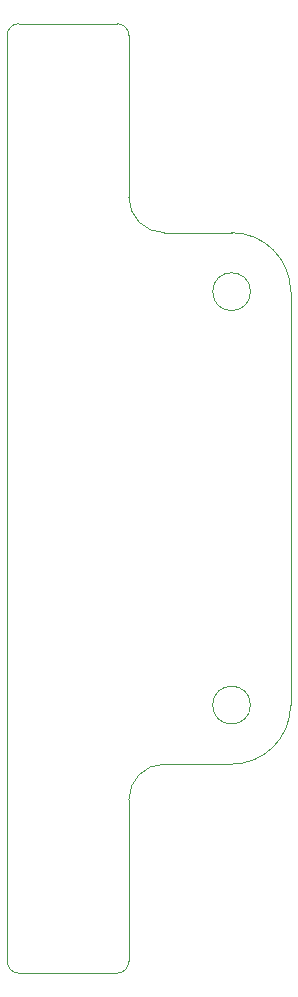
<source format=gm1>
G04*
<<<<<<< HEAD
G04 #@! TF.GenerationSoftware,Altium Limited,Altium Designer,24.2.2 (26)*
=======
G04 #@! TF.GenerationSoftware,Altium Limited,Altium Designer,25.1.2 (22)*
>>>>>>> 613e14270cc375eb23a491e7e857863a29f37ea3
G04*
G04 Layer_Color=16711935*
%FSLAX43Y43*%
%MOMM*%
G71*
G04*
<<<<<<< HEAD
G04 #@! TF.SameCoordinates,18943E8E-3CEA-4A4F-804B-3BF1B2EDC90A*
=======
G04 #@! TF.SameCoordinates,424D808E-97C2-44CC-9905-EB33B72B0B61*
>>>>>>> 613e14270cc375eb23a491e7e857863a29f37ea3
G04*
G04*
G04 #@! TF.FilePolarity,Positive*
G04*
G01*
G75*
%ADD49C,0.013*%
D49*
X6Y1006D02*
G03*
X1006Y6I1000J0D01*
G01*
X9305D02*
G03*
X10305Y1006I0J1000D01*
G01*
X19005Y17706D02*
G03*
X24005Y22706I0J5000D01*
G01*
Y57706D02*
G03*
X19005Y62706I-5000J0D01*
G01*
X10305Y79406D02*
G03*
X9305Y80406I-1000J0D01*
G01*
X1006D02*
G03*
X6Y79406I0J-1000D01*
G01*
X10305Y65706D02*
G03*
X13305Y62706I3000J0D01*
G01*
Y17706D02*
G03*
X10305Y14706I0J-3000D01*
G01*
X13305Y17706D02*
G03*
X10305Y14706I0J-3000D01*
G01*
Y65706D02*
G03*
X13305Y62706I3000J0D01*
G01*
X20605Y57706D02*
G03*
X20605Y57706I-1600J0D01*
G01*
Y22706D02*
G03*
X20605Y22706I-1600J0D01*
G01*
X1006Y80406D02*
G03*
X6Y79406I0J-1000D01*
G01*
X10305D02*
G03*
X9305Y80406I-1000J0D01*
G01*
X24005Y57706D02*
G03*
X19005Y62706I-5000J0D01*
G01*
Y17706D02*
G03*
X24005Y22706I0J5000D01*
G01*
X9305Y6D02*
G03*
X10305Y1006I0J1000D01*
G01*
X6D02*
G03*
X1006Y6I1000J0D01*
G01*
X9305D01*
X24005Y22706D02*
Y57706D01*
X1006Y80406D02*
X9305D01*
X10305Y1006D02*
Y14706D01*
X6Y1006D02*
Y79406D01*
X10305Y65706D02*
Y79406D01*
X13305Y17706D02*
X19005D01*
X13305Y62706D02*
X19005D01*
X13305D02*
X19005D01*
X13305Y17706D02*
X19005D01*
X10305Y65706D02*
Y79406D01*
X6Y1006D02*
Y79406D01*
X10305Y1006D02*
Y14706D01*
X1006Y80406D02*
X9305D01*
X24005Y22706D02*
Y57706D01*
X1006Y6D02*
X9305D01*
M02*

</source>
